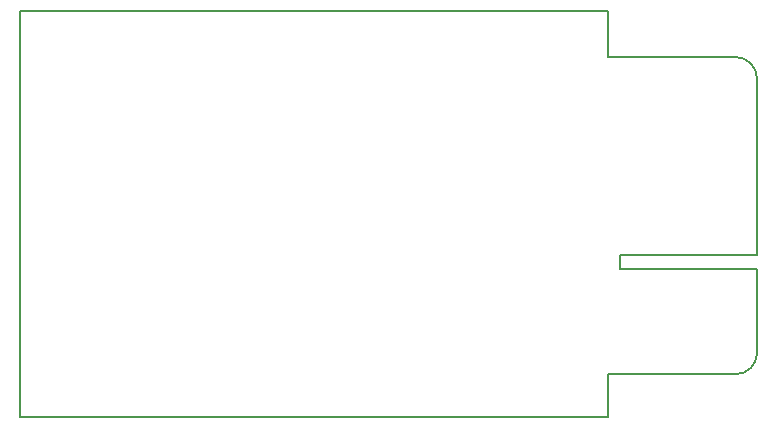
<source format=gm1>
G04 #@! TF.GenerationSoftware,KiCad,Pcbnew,(5.1.6)-1*
G04 #@! TF.CreationDate,2020-12-02T16:01:19+01:00*
G04 #@! TF.ProjectId,TapeXUM,54617065-5855-44d2-9e6b-696361645f70,rev?*
G04 #@! TF.SameCoordinates,Original*
G04 #@! TF.FileFunction,Profile,NP*
%FSLAX46Y46*%
G04 Gerber Fmt 4.6, Leading zero omitted, Abs format (unit mm)*
G04 Created by KiCad (PCBNEW (5.1.6)-1) date 2020-12-02 16:01:19*
%MOMM*%
%LPD*%
G01*
G04 APERTURE LIST*
G04 #@! TA.AperFunction,Profile*
%ADD10C,0.200000*%
G04 #@! TD*
G04 APERTURE END LIST*
D10*
X63025020Y-33108900D02*
X63025020Y-34328100D01*
X74673460Y-34328100D02*
X63025020Y-34328100D01*
X62035740Y-46817280D02*
X62035740Y-43230800D01*
X62035740Y-16370300D02*
X62035740Y-12456160D01*
X62035740Y-12456160D02*
X12240260Y-12456160D01*
X12240260Y-46817280D02*
X62035740Y-46817280D01*
X12240260Y-12456160D02*
X12240260Y-46817280D01*
X74673509Y-18201068D02*
X74673460Y-33108900D01*
X72796400Y-16370300D02*
X62035740Y-16370300D01*
X74673460Y-34328100D02*
X74673460Y-41402000D01*
X74673460Y-33108900D02*
X63025020Y-33108900D01*
X72796400Y-16370300D02*
G75*
G02*
X74673509Y-18201068I45769J-1830768D01*
G01*
X74673460Y-41402000D02*
G75*
G02*
X72844660Y-43230800I-1828800J0D01*
G01*
X72844660Y-43230800D02*
X62035740Y-43230800D01*
M02*

</source>
